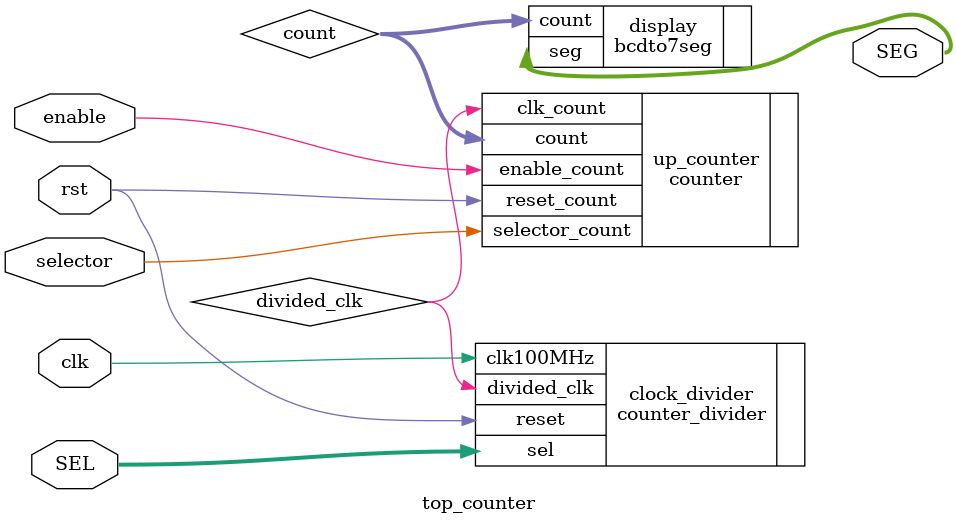
<source format=v>
`timescale 1ns / 1ps


module top_counter(
    input wire clk,
    input wire rst,
    input wire enable,
    input wire selector,
    input wire [4:0] SEL,
    output wire [6:0] SEG
    );
    
    wire divided_clk;
    wire [31:0] count;

    // Instantiate ClockDivider
    counter_divider clock_divider (
        .clk100MHz(clk),
        .reset(rst),
        .sel(SEL),
        .divided_clk(divided_clk)
    );

    // Instantiate UpCounter
    counter up_counter (
        .clk_count(divided_clk),
        .enable_count(enable),
        .selector_count(selector),
        .reset_count(rst),
        .count(count)
    );

    // Instantiate Display
    bcdto7seg display(
        .count(count),
        .seg(SEG)
    );
    
endmodule

</source>
